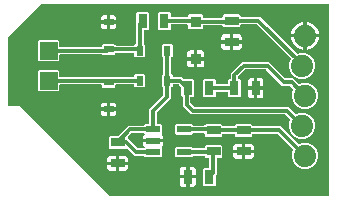
<source format=gbr>
G04 EAGLE Gerber RS-274X export*
G75*
%MOMM*%
%FSLAX34Y34*%
%LPD*%
%INTop Copper*%
%IPPOS*%
%AMOC8*
5,1,8,0,0,1.08239X$1,22.5*%
G01*
%ADD10R,1.200000X0.800000*%
%ADD11R,0.630000X0.830000*%
%ADD12R,0.830000X0.630000*%
%ADD13R,0.950000X0.900000*%
%ADD14R,1.524000X1.524000*%
%ADD15C,1.879600*%
%ADD16R,0.800000X1.200000*%
%ADD17R,1.200000X0.550000*%
%ADD18C,0.330200*%

G36*
X274848Y3814D02*
X274848Y3814D01*
X274867Y3812D01*
X274969Y3834D01*
X275071Y3850D01*
X275088Y3860D01*
X275108Y3864D01*
X275197Y3917D01*
X275288Y3966D01*
X275302Y3980D01*
X275319Y3990D01*
X275386Y4069D01*
X275458Y4144D01*
X275466Y4162D01*
X275479Y4177D01*
X275518Y4273D01*
X275561Y4367D01*
X275563Y4387D01*
X275571Y4405D01*
X275589Y4572D01*
X275589Y165608D01*
X275586Y165628D01*
X275588Y165647D01*
X275566Y165749D01*
X275550Y165851D01*
X275540Y165868D01*
X275536Y165888D01*
X275483Y165977D01*
X275434Y166068D01*
X275420Y166082D01*
X275410Y166099D01*
X275331Y166166D01*
X275256Y166238D01*
X275238Y166246D01*
X275223Y166259D01*
X275127Y166298D01*
X275033Y166341D01*
X275013Y166343D01*
X274995Y166351D01*
X274828Y166369D01*
X32374Y166369D01*
X32284Y166355D01*
X32193Y166347D01*
X32163Y166335D01*
X32131Y166330D01*
X32050Y166287D01*
X31966Y166251D01*
X31934Y166225D01*
X31914Y166214D01*
X31891Y166191D01*
X31835Y166146D01*
X4034Y138344D01*
X3981Y138271D01*
X3921Y138201D01*
X3909Y138171D01*
X3890Y138145D01*
X3863Y138058D01*
X3829Y137973D01*
X3825Y137932D01*
X3818Y137910D01*
X3819Y137877D01*
X3811Y137806D01*
X3811Y80772D01*
X3814Y80752D01*
X3812Y80733D01*
X3834Y80631D01*
X3850Y80529D01*
X3860Y80512D01*
X3864Y80492D01*
X3917Y80403D01*
X3966Y80312D01*
X3980Y80298D01*
X3990Y80281D01*
X4069Y80214D01*
X4144Y80142D01*
X4162Y80134D01*
X4177Y80121D01*
X4273Y80082D01*
X4367Y80039D01*
X4387Y80037D01*
X4405Y80029D01*
X4572Y80011D01*
X14278Y80011D01*
X90256Y4034D01*
X90329Y3981D01*
X90399Y3921D01*
X90429Y3909D01*
X90455Y3890D01*
X90542Y3863D01*
X90627Y3829D01*
X90668Y3825D01*
X90690Y3818D01*
X90723Y3819D01*
X90794Y3811D01*
X274828Y3811D01*
X274848Y3814D01*
G37*
%LPC*%
G36*
X120067Y37025D02*
X120067Y37025D01*
X119191Y37901D01*
X119117Y37954D01*
X119048Y38014D01*
X119018Y38026D01*
X118992Y38045D01*
X118905Y38072D01*
X118820Y38106D01*
X118779Y38110D01*
X118757Y38117D01*
X118724Y38116D01*
X118653Y38124D01*
X111055Y38124D01*
X104646Y44533D01*
X104630Y44545D01*
X104617Y44560D01*
X104530Y44616D01*
X104446Y44677D01*
X104427Y44682D01*
X104410Y44693D01*
X104310Y44718D01*
X104211Y44749D01*
X104191Y44748D01*
X104172Y44753D01*
X104069Y44745D01*
X103965Y44743D01*
X103946Y44736D01*
X103927Y44734D01*
X103832Y44694D01*
X103734Y44658D01*
X103719Y44646D01*
X103700Y44638D01*
X103569Y44533D01*
X103152Y44115D01*
X89888Y44115D01*
X88995Y45008D01*
X88995Y54272D01*
X89888Y55165D01*
X97238Y55165D01*
X97328Y55179D01*
X97419Y55187D01*
X97449Y55199D01*
X97481Y55204D01*
X97562Y55247D01*
X97646Y55283D01*
X97678Y55309D01*
X97698Y55320D01*
X97721Y55343D01*
X97777Y55388D01*
X105865Y63476D01*
X118653Y63476D01*
X118743Y63490D01*
X118834Y63498D01*
X118864Y63510D01*
X118896Y63515D01*
X118977Y63558D01*
X119060Y63594D01*
X119093Y63620D01*
X119113Y63631D01*
X119135Y63654D01*
X119191Y63699D01*
X120067Y64575D01*
X122762Y64575D01*
X122782Y64578D01*
X122801Y64576D01*
X122903Y64598D01*
X123005Y64614D01*
X123022Y64624D01*
X123042Y64628D01*
X123131Y64681D01*
X123222Y64730D01*
X123236Y64744D01*
X123253Y64754D01*
X123320Y64833D01*
X123392Y64908D01*
X123400Y64926D01*
X123413Y64941D01*
X123452Y65037D01*
X123495Y65131D01*
X123497Y65151D01*
X123505Y65169D01*
X123523Y65336D01*
X123523Y77214D01*
X135101Y88792D01*
X135154Y88866D01*
X135214Y88936D01*
X135226Y88966D01*
X135245Y88992D01*
X135272Y89079D01*
X135306Y89164D01*
X135310Y89205D01*
X135317Y89227D01*
X135316Y89259D01*
X135324Y89331D01*
X135324Y95164D01*
X135321Y95182D01*
X135323Y95200D01*
X135323Y95201D01*
X135323Y95203D01*
X135301Y95305D01*
X135285Y95407D01*
X135275Y95424D01*
X135271Y95444D01*
X135218Y95533D01*
X135169Y95624D01*
X135155Y95638D01*
X135145Y95655D01*
X135066Y95722D01*
X134991Y95794D01*
X134973Y95802D01*
X134958Y95815D01*
X134862Y95854D01*
X134768Y95897D01*
X134748Y95899D01*
X134742Y95902D01*
X133825Y96818D01*
X133825Y106382D01*
X134749Y107305D01*
X134806Y107314D01*
X134823Y107324D01*
X134843Y107328D01*
X134932Y107381D01*
X135023Y107430D01*
X135037Y107444D01*
X135054Y107454D01*
X135121Y107533D01*
X135193Y107608D01*
X135201Y107626D01*
X135214Y107641D01*
X135253Y107737D01*
X135296Y107831D01*
X135298Y107851D01*
X135306Y107869D01*
X135324Y108036D01*
X135324Y120564D01*
X135321Y120584D01*
X135323Y120603D01*
X135301Y120705D01*
X135285Y120807D01*
X135275Y120824D01*
X135271Y120844D01*
X135218Y120933D01*
X135169Y121024D01*
X135155Y121038D01*
X135145Y121055D01*
X135066Y121122D01*
X134991Y121194D01*
X134973Y121202D01*
X134958Y121215D01*
X134862Y121254D01*
X134768Y121297D01*
X134748Y121299D01*
X134742Y121302D01*
X133825Y122218D01*
X133825Y131782D01*
X134718Y132675D01*
X142282Y132675D01*
X143175Y131782D01*
X143175Y122218D01*
X142251Y121295D01*
X142194Y121286D01*
X142177Y121276D01*
X142157Y121272D01*
X142068Y121219D01*
X141977Y121170D01*
X141963Y121156D01*
X141946Y121146D01*
X141879Y121067D01*
X141807Y120992D01*
X141799Y120974D01*
X141786Y120959D01*
X141747Y120862D01*
X141704Y120769D01*
X141702Y120749D01*
X141694Y120731D01*
X141676Y120564D01*
X141676Y108036D01*
X141679Y108016D01*
X141677Y107997D01*
X141699Y107895D01*
X141715Y107793D01*
X141725Y107776D01*
X141729Y107756D01*
X141782Y107667D01*
X141831Y107576D01*
X141845Y107562D01*
X141855Y107545D01*
X141934Y107478D01*
X142009Y107406D01*
X142027Y107398D01*
X142042Y107385D01*
X142138Y107346D01*
X142232Y107303D01*
X142252Y107301D01*
X142258Y107298D01*
X143175Y106382D01*
X143175Y105537D01*
X143178Y105517D01*
X143176Y105498D01*
X143198Y105396D01*
X143214Y105294D01*
X143224Y105277D01*
X143228Y105257D01*
X143281Y105168D01*
X143330Y105077D01*
X143344Y105063D01*
X143354Y105046D01*
X143433Y104979D01*
X143508Y104907D01*
X143526Y104899D01*
X143541Y104886D01*
X143637Y104847D01*
X143731Y104804D01*
X143751Y104802D01*
X143769Y104794D01*
X143936Y104776D01*
X151065Y104776D01*
X152843Y102998D01*
X152917Y102945D01*
X152987Y102885D01*
X153017Y102873D01*
X153043Y102854D01*
X153130Y102827D01*
X153215Y102793D01*
X153256Y102789D01*
X153278Y102782D01*
X153310Y102783D01*
X153382Y102775D01*
X160732Y102775D01*
X161625Y101882D01*
X161625Y88618D01*
X160732Y87725D01*
X158877Y87725D01*
X158857Y87722D01*
X158838Y87724D01*
X158736Y87702D01*
X158634Y87686D01*
X158617Y87676D01*
X158597Y87672D01*
X158508Y87619D01*
X158417Y87570D01*
X158403Y87556D01*
X158386Y87546D01*
X158319Y87467D01*
X158247Y87392D01*
X158239Y87374D01*
X158226Y87359D01*
X158187Y87263D01*
X158144Y87169D01*
X158142Y87149D01*
X158134Y87131D01*
X158116Y86964D01*
X158116Y82911D01*
X158130Y82821D01*
X158138Y82730D01*
X158150Y82700D01*
X158155Y82668D01*
X158198Y82587D01*
X158234Y82503D01*
X158260Y82471D01*
X158271Y82451D01*
X158294Y82428D01*
X158339Y82372D01*
X161112Y79599D01*
X161186Y79546D01*
X161256Y79486D01*
X161286Y79474D01*
X161312Y79455D01*
X161399Y79428D01*
X161484Y79394D01*
X161525Y79390D01*
X161547Y79383D01*
X161579Y79384D01*
X161651Y79376D01*
X241345Y79376D01*
X243429Y77292D01*
X247186Y73535D01*
X247281Y73466D01*
X247375Y73397D01*
X247381Y73395D01*
X247386Y73391D01*
X247497Y73357D01*
X247609Y73321D01*
X247615Y73321D01*
X247621Y73319D01*
X247738Y73322D01*
X247855Y73323D01*
X247862Y73325D01*
X247867Y73325D01*
X247884Y73332D01*
X248016Y73370D01*
X250557Y74423D01*
X254903Y74423D01*
X258917Y72760D01*
X261990Y69687D01*
X263653Y65673D01*
X263653Y61327D01*
X261990Y57313D01*
X258917Y54240D01*
X254903Y52577D01*
X250557Y52577D01*
X246543Y54240D01*
X243470Y57313D01*
X241807Y61327D01*
X241807Y65673D01*
X242860Y68214D01*
X242887Y68328D01*
X242915Y68441D01*
X242915Y68448D01*
X242916Y68454D01*
X242905Y68570D01*
X242896Y68687D01*
X242894Y68692D01*
X242893Y68699D01*
X242857Y68780D01*
X242853Y68797D01*
X242839Y68820D01*
X242800Y68913D01*
X242795Y68919D01*
X242793Y68923D01*
X242781Y68937D01*
X242737Y68992D01*
X242727Y69008D01*
X242717Y69017D01*
X242695Y69044D01*
X238938Y72801D01*
X238864Y72854D01*
X238794Y72914D01*
X238764Y72926D01*
X238738Y72945D01*
X238651Y72972D01*
X238566Y73006D01*
X238525Y73010D01*
X238503Y73017D01*
X238471Y73016D01*
X238399Y73024D01*
X158705Y73024D01*
X151764Y79965D01*
X151764Y87114D01*
X151750Y87204D01*
X151742Y87295D01*
X151730Y87325D01*
X151725Y87357D01*
X151682Y87438D01*
X151646Y87521D01*
X151620Y87554D01*
X151609Y87574D01*
X151586Y87596D01*
X151541Y87652D01*
X150575Y88618D01*
X150575Y95968D01*
X150561Y96058D01*
X150553Y96149D01*
X150541Y96179D01*
X150536Y96211D01*
X150493Y96292D01*
X150457Y96376D01*
X150431Y96408D01*
X150420Y96428D01*
X150397Y96451D01*
X150352Y96507D01*
X148658Y98201D01*
X148584Y98254D01*
X148514Y98314D01*
X148484Y98326D01*
X148458Y98345D01*
X148371Y98372D01*
X148286Y98406D01*
X148245Y98410D01*
X148223Y98417D01*
X148191Y98416D01*
X148119Y98424D01*
X143936Y98424D01*
X143916Y98421D01*
X143897Y98423D01*
X143795Y98401D01*
X143693Y98385D01*
X143676Y98375D01*
X143656Y98371D01*
X143567Y98318D01*
X143476Y98269D01*
X143462Y98255D01*
X143445Y98245D01*
X143378Y98166D01*
X143306Y98091D01*
X143298Y98073D01*
X143285Y98058D01*
X143246Y97962D01*
X143203Y97868D01*
X143201Y97848D01*
X143193Y97830D01*
X143175Y97663D01*
X143175Y96818D01*
X142251Y95895D01*
X142194Y95886D01*
X142177Y95876D01*
X142157Y95872D01*
X142068Y95819D01*
X141977Y95770D01*
X141963Y95756D01*
X141946Y95746D01*
X141879Y95667D01*
X141807Y95592D01*
X141799Y95574D01*
X141786Y95559D01*
X141747Y95463D01*
X141704Y95369D01*
X141702Y95349D01*
X141694Y95331D01*
X141676Y95164D01*
X141676Y86385D01*
X130098Y74807D01*
X130045Y74733D01*
X129985Y74663D01*
X129973Y74633D01*
X129954Y74607D01*
X129927Y74520D01*
X129893Y74435D01*
X129889Y74394D01*
X129882Y74372D01*
X129883Y74340D01*
X129875Y74268D01*
X129875Y65336D01*
X129878Y65316D01*
X129876Y65297D01*
X129898Y65195D01*
X129914Y65093D01*
X129924Y65076D01*
X129928Y65056D01*
X129981Y64967D01*
X130030Y64876D01*
X130044Y64862D01*
X130054Y64845D01*
X130133Y64778D01*
X130208Y64706D01*
X130226Y64698D01*
X130241Y64685D01*
X130337Y64646D01*
X130431Y64603D01*
X130451Y64601D01*
X130469Y64593D01*
X130636Y64575D01*
X133331Y64575D01*
X134224Y63682D01*
X134224Y56918D01*
X134092Y56786D01*
X134023Y56691D01*
X133952Y56594D01*
X133950Y56590D01*
X133948Y56587D01*
X133913Y56473D01*
X133877Y56360D01*
X133877Y56355D01*
X133876Y56352D01*
X133879Y56233D01*
X133881Y56114D01*
X133882Y56110D01*
X133882Y56106D01*
X133923Y55995D01*
X133962Y55882D01*
X133965Y55879D01*
X133966Y55875D01*
X134042Y55781D01*
X134114Y55688D01*
X134118Y55685D01*
X134120Y55683D01*
X134132Y55675D01*
X134249Y55589D01*
X134259Y55583D01*
X134732Y55110D01*
X135067Y54531D01*
X135240Y53884D01*
X135240Y52174D01*
X127312Y52174D01*
X127293Y52171D01*
X127273Y52173D01*
X127171Y52151D01*
X127069Y52135D01*
X127052Y52125D01*
X127032Y52121D01*
X126943Y52068D01*
X126852Y52019D01*
X126838Y52005D01*
X126821Y51995D01*
X126754Y51916D01*
X126700Y51859D01*
X126692Y51873D01*
X126678Y51887D01*
X126668Y51904D01*
X126589Y51971D01*
X126514Y52043D01*
X126496Y52051D01*
X126481Y52064D01*
X126384Y52103D01*
X126291Y52146D01*
X126271Y52148D01*
X126253Y52156D01*
X126086Y52174D01*
X118158Y52174D01*
X118158Y53884D01*
X118331Y54531D01*
X118666Y55110D01*
X119139Y55583D01*
X119149Y55589D01*
X119240Y55663D01*
X119334Y55738D01*
X119336Y55742D01*
X119339Y55745D01*
X119401Y55844D01*
X119467Y55945D01*
X119468Y55949D01*
X119470Y55953D01*
X119497Y56068D01*
X119527Y56184D01*
X119526Y56188D01*
X119527Y56192D01*
X119517Y56311D01*
X119508Y56429D01*
X119506Y56433D01*
X119506Y56437D01*
X119458Y56547D01*
X119411Y56655D01*
X119408Y56659D01*
X119407Y56662D01*
X119397Y56673D01*
X119306Y56786D01*
X119191Y56901D01*
X119117Y56954D01*
X119048Y57014D01*
X119018Y57026D01*
X118992Y57045D01*
X118905Y57072D01*
X118820Y57106D01*
X118779Y57110D01*
X118757Y57117D01*
X118724Y57116D01*
X118653Y57124D01*
X108811Y57124D01*
X108721Y57110D01*
X108630Y57102D01*
X108600Y57090D01*
X108568Y57085D01*
X108488Y57042D01*
X108403Y57006D01*
X108371Y56980D01*
X108351Y56969D01*
X108329Y56946D01*
X108326Y56944D01*
X108325Y56943D01*
X108323Y56942D01*
X108272Y56901D01*
X105304Y53933D01*
X105293Y53917D01*
X105277Y53905D01*
X105221Y53817D01*
X105161Y53734D01*
X105155Y53715D01*
X105144Y53698D01*
X105119Y53597D01*
X105089Y53498D01*
X105089Y53479D01*
X105084Y53459D01*
X105092Y53356D01*
X105095Y53253D01*
X105102Y53234D01*
X105103Y53214D01*
X105144Y53119D01*
X105179Y53022D01*
X105192Y53006D01*
X105200Y52988D01*
X105304Y52857D01*
X113462Y44699D01*
X113536Y44646D01*
X113606Y44586D01*
X113636Y44574D01*
X113662Y44555D01*
X113749Y44528D01*
X113834Y44494D01*
X113875Y44490D01*
X113897Y44483D01*
X113929Y44484D01*
X114001Y44476D01*
X118653Y44476D01*
X118743Y44490D01*
X118834Y44498D01*
X118864Y44510D01*
X118896Y44515D01*
X118977Y44558D01*
X119060Y44594D01*
X119093Y44620D01*
X119113Y44631D01*
X119135Y44654D01*
X119191Y44699D01*
X119306Y44814D01*
X119375Y44909D01*
X119446Y45006D01*
X119448Y45010D01*
X119450Y45013D01*
X119485Y45126D01*
X119521Y45240D01*
X119521Y45245D01*
X119522Y45249D01*
X119519Y45367D01*
X119517Y45486D01*
X119516Y45490D01*
X119516Y45494D01*
X119475Y45607D01*
X119436Y45718D01*
X119433Y45721D01*
X119432Y45725D01*
X119357Y45819D01*
X119284Y45912D01*
X119280Y45915D01*
X119278Y45917D01*
X119266Y45925D01*
X119149Y46011D01*
X119139Y46017D01*
X118666Y46490D01*
X118331Y47069D01*
X118158Y47716D01*
X118158Y49426D01*
X126086Y49426D01*
X126105Y49429D01*
X126125Y49427D01*
X126227Y49449D01*
X126329Y49465D01*
X126346Y49475D01*
X126366Y49479D01*
X126455Y49532D01*
X126546Y49581D01*
X126560Y49595D01*
X126577Y49605D01*
X126644Y49684D01*
X126698Y49741D01*
X126706Y49727D01*
X126720Y49713D01*
X126730Y49696D01*
X126809Y49629D01*
X126884Y49557D01*
X126902Y49549D01*
X126917Y49536D01*
X127014Y49497D01*
X127107Y49454D01*
X127127Y49452D01*
X127145Y49444D01*
X127312Y49426D01*
X135240Y49426D01*
X135240Y47716D01*
X135067Y47069D01*
X134732Y46490D01*
X134259Y46017D01*
X134249Y46011D01*
X134158Y45936D01*
X134064Y45862D01*
X134062Y45858D01*
X134059Y45855D01*
X133996Y45756D01*
X133931Y45655D01*
X133930Y45651D01*
X133928Y45647D01*
X133900Y45532D01*
X133871Y45416D01*
X133872Y45412D01*
X133871Y45408D01*
X133881Y45289D01*
X133890Y45171D01*
X133892Y45167D01*
X133892Y45163D01*
X133940Y45055D01*
X133987Y44945D01*
X133990Y44941D01*
X133991Y44938D01*
X134000Y44928D01*
X134092Y44814D01*
X134224Y44682D01*
X134224Y37918D01*
X133331Y37025D01*
X120067Y37025D01*
G37*
%LPD*%
%LPC*%
G36*
X250557Y103377D02*
X250557Y103377D01*
X246543Y105040D01*
X243470Y108113D01*
X241807Y112127D01*
X241807Y116473D01*
X243232Y119912D01*
X243259Y120026D01*
X243287Y120139D01*
X243287Y120146D01*
X243288Y120152D01*
X243277Y120268D01*
X243268Y120385D01*
X243266Y120390D01*
X243265Y120397D01*
X243217Y120504D01*
X243172Y120611D01*
X243167Y120617D01*
X243165Y120621D01*
X243152Y120635D01*
X243067Y120742D01*
X214698Y149111D01*
X214624Y149164D01*
X214554Y149224D01*
X214524Y149236D01*
X214498Y149255D01*
X214411Y149282D01*
X214326Y149316D01*
X214285Y149320D01*
X214263Y149327D01*
X214231Y149326D01*
X214159Y149334D01*
X201326Y149334D01*
X201306Y149331D01*
X201287Y149333D01*
X201185Y149311D01*
X201083Y149295D01*
X201066Y149285D01*
X201046Y149281D01*
X200957Y149228D01*
X200866Y149179D01*
X200852Y149165D01*
X200835Y149155D01*
X200768Y149076D01*
X200696Y149001D01*
X200688Y148983D01*
X200675Y148968D01*
X200636Y148872D01*
X200593Y148778D01*
X200591Y148758D01*
X200583Y148740D01*
X200565Y148573D01*
X200565Y147878D01*
X199672Y146985D01*
X186408Y146985D01*
X185481Y147913D01*
X185476Y147946D01*
X185466Y147963D01*
X185462Y147983D01*
X185409Y148072D01*
X185360Y148163D01*
X185346Y148177D01*
X185336Y148194D01*
X185257Y148261D01*
X185182Y148333D01*
X185164Y148341D01*
X185149Y148354D01*
X185053Y148393D01*
X184959Y148436D01*
X184939Y148438D01*
X184921Y148446D01*
X184754Y148464D01*
X169596Y148464D01*
X169576Y148461D01*
X169557Y148463D01*
X169455Y148441D01*
X169353Y148425D01*
X169336Y148415D01*
X169316Y148411D01*
X169227Y148358D01*
X169136Y148309D01*
X169122Y148295D01*
X169105Y148285D01*
X169038Y148206D01*
X168966Y148131D01*
X168958Y148113D01*
X168945Y148098D01*
X168906Y148002D01*
X168863Y147908D01*
X168861Y147888D01*
X168853Y147870D01*
X168835Y147703D01*
X168835Y146508D01*
X167942Y145615D01*
X157178Y145615D01*
X156285Y146508D01*
X156285Y148463D01*
X156283Y148477D01*
X156284Y148488D01*
X156283Y148493D01*
X156284Y148502D01*
X156262Y148604D01*
X156246Y148706D01*
X156236Y148723D01*
X156232Y148743D01*
X156179Y148832D01*
X156130Y148923D01*
X156116Y148937D01*
X156106Y148954D01*
X156027Y149021D01*
X155952Y149093D01*
X155934Y149101D01*
X155919Y149114D01*
X155823Y149153D01*
X155729Y149196D01*
X155709Y149198D01*
X155691Y149206D01*
X155524Y149224D01*
X142286Y149224D01*
X142266Y149221D01*
X142247Y149223D01*
X142145Y149201D01*
X142043Y149185D01*
X142026Y149175D01*
X142006Y149171D01*
X141917Y149118D01*
X141826Y149069D01*
X141812Y149055D01*
X141795Y149045D01*
X141728Y148966D01*
X141656Y148891D01*
X141648Y148873D01*
X141635Y148858D01*
X141596Y148762D01*
X141553Y148668D01*
X141551Y148648D01*
X141543Y148630D01*
X141525Y148463D01*
X141525Y145768D01*
X140632Y144875D01*
X131368Y144875D01*
X130475Y145768D01*
X130475Y159032D01*
X131368Y159925D01*
X140632Y159925D01*
X141525Y159032D01*
X141525Y156337D01*
X141528Y156317D01*
X141526Y156298D01*
X141548Y156196D01*
X141564Y156094D01*
X141574Y156077D01*
X141578Y156057D01*
X141631Y155968D01*
X141680Y155877D01*
X141694Y155863D01*
X141704Y155846D01*
X141783Y155779D01*
X141858Y155707D01*
X141876Y155699D01*
X141891Y155686D01*
X141987Y155647D01*
X142081Y155604D01*
X142101Y155602D01*
X142119Y155594D01*
X142286Y155576D01*
X155524Y155576D01*
X155544Y155579D01*
X155563Y155577D01*
X155665Y155599D01*
X155767Y155615D01*
X155784Y155625D01*
X155804Y155629D01*
X155893Y155682D01*
X155984Y155731D01*
X155998Y155745D01*
X156015Y155755D01*
X156082Y155834D01*
X156154Y155909D01*
X156162Y155927D01*
X156175Y155942D01*
X156214Y156038D01*
X156257Y156132D01*
X156259Y156152D01*
X156267Y156170D01*
X156285Y156337D01*
X156285Y156772D01*
X157178Y157665D01*
X167942Y157665D01*
X168835Y156772D01*
X168835Y155577D01*
X168838Y155557D01*
X168836Y155538D01*
X168858Y155436D01*
X168874Y155334D01*
X168884Y155317D01*
X168888Y155297D01*
X168941Y155208D01*
X168990Y155117D01*
X169004Y155103D01*
X169014Y155086D01*
X169093Y155019D01*
X169168Y154947D01*
X169186Y154939D01*
X169201Y154926D01*
X169297Y154887D01*
X169391Y154844D01*
X169411Y154842D01*
X169429Y154834D01*
X169596Y154816D01*
X184754Y154816D01*
X184774Y154819D01*
X184793Y154817D01*
X184895Y154839D01*
X184997Y154855D01*
X185014Y154865D01*
X185034Y154869D01*
X185123Y154922D01*
X185214Y154971D01*
X185228Y154985D01*
X185245Y154995D01*
X185312Y155074D01*
X185384Y155149D01*
X185392Y155167D01*
X185405Y155182D01*
X185444Y155278D01*
X185487Y155372D01*
X185489Y155392D01*
X185497Y155410D01*
X185515Y155577D01*
X185515Y157142D01*
X186408Y158035D01*
X199672Y158035D01*
X200565Y157142D01*
X200565Y156447D01*
X200568Y156427D01*
X200566Y156408D01*
X200588Y156306D01*
X200604Y156204D01*
X200614Y156187D01*
X200618Y156167D01*
X200671Y156078D01*
X200720Y155987D01*
X200734Y155973D01*
X200744Y155956D01*
X200823Y155889D01*
X200898Y155817D01*
X200916Y155809D01*
X200931Y155796D01*
X201027Y155757D01*
X201121Y155714D01*
X201141Y155712D01*
X201159Y155704D01*
X201326Y155686D01*
X217105Y155686D01*
X248084Y124707D01*
X248178Y124639D01*
X248273Y124569D01*
X248279Y124567D01*
X248284Y124563D01*
X248395Y124529D01*
X248507Y124493D01*
X248513Y124493D01*
X248519Y124491D01*
X248636Y124494D01*
X248753Y124495D01*
X248760Y124497D01*
X248765Y124497D01*
X248782Y124504D01*
X248914Y124542D01*
X250557Y125223D01*
X254903Y125223D01*
X258917Y123560D01*
X261990Y120487D01*
X263653Y116473D01*
X263653Y112127D01*
X261990Y108113D01*
X258917Y105040D01*
X254903Y103377D01*
X250557Y103377D01*
G37*
%LPD*%
%LPC*%
G36*
X253097Y27177D02*
X253097Y27177D01*
X249083Y28840D01*
X246010Y31913D01*
X244347Y35927D01*
X244347Y40273D01*
X245400Y42814D01*
X245427Y42928D01*
X245455Y43041D01*
X245455Y43048D01*
X245456Y43054D01*
X245445Y43170D01*
X245436Y43287D01*
X245434Y43292D01*
X245433Y43299D01*
X245385Y43406D01*
X245340Y43513D01*
X245335Y43519D01*
X245333Y43523D01*
X245320Y43537D01*
X245235Y43644D01*
X232478Y56401D01*
X232404Y56454D01*
X232334Y56514D01*
X232304Y56526D01*
X232278Y56545D01*
X232191Y56572D01*
X232106Y56606D01*
X232065Y56610D01*
X232043Y56617D01*
X232011Y56616D01*
X231939Y56624D01*
X211486Y56624D01*
X211466Y56621D01*
X211447Y56623D01*
X211345Y56601D01*
X211243Y56585D01*
X211226Y56575D01*
X211206Y56571D01*
X211117Y56518D01*
X211026Y56469D01*
X211012Y56455D01*
X210995Y56445D01*
X210928Y56366D01*
X210856Y56291D01*
X210848Y56273D01*
X210835Y56258D01*
X210796Y56162D01*
X210753Y56068D01*
X210751Y56048D01*
X210743Y56030D01*
X210725Y55863D01*
X210725Y55168D01*
X209832Y54275D01*
X196568Y54275D01*
X195675Y55168D01*
X195675Y55863D01*
X195672Y55883D01*
X195674Y55902D01*
X195652Y56004D01*
X195636Y56106D01*
X195626Y56123D01*
X195622Y56143D01*
X195569Y56232D01*
X195520Y56323D01*
X195506Y56337D01*
X195496Y56354D01*
X195417Y56421D01*
X195342Y56493D01*
X195324Y56501D01*
X195309Y56514D01*
X195213Y56553D01*
X195119Y56596D01*
X195099Y56598D01*
X195081Y56606D01*
X194914Y56624D01*
X186086Y56624D01*
X186066Y56621D01*
X186047Y56623D01*
X185945Y56601D01*
X185843Y56585D01*
X185826Y56575D01*
X185806Y56571D01*
X185717Y56518D01*
X185626Y56469D01*
X185612Y56455D01*
X185595Y56445D01*
X185528Y56366D01*
X185456Y56291D01*
X185448Y56273D01*
X185435Y56258D01*
X185396Y56162D01*
X185353Y56068D01*
X185351Y56048D01*
X185343Y56030D01*
X185325Y55863D01*
X185325Y55168D01*
X184432Y54275D01*
X171168Y54275D01*
X170275Y55168D01*
X170275Y56363D01*
X170274Y56372D01*
X170274Y56376D01*
X170272Y56385D01*
X170274Y56402D01*
X170252Y56504D01*
X170236Y56606D01*
X170226Y56623D01*
X170222Y56643D01*
X170169Y56732D01*
X170120Y56823D01*
X170106Y56837D01*
X170096Y56854D01*
X170017Y56921D01*
X169942Y56993D01*
X169924Y57001D01*
X169909Y57014D01*
X169813Y57053D01*
X169719Y57096D01*
X169699Y57098D01*
X169681Y57106D01*
X169514Y57124D01*
X160747Y57124D01*
X160657Y57110D01*
X160566Y57102D01*
X160536Y57090D01*
X160504Y57085D01*
X160423Y57042D01*
X160340Y57006D01*
X160307Y56980D01*
X160287Y56969D01*
X160265Y56946D01*
X160262Y56944D01*
X160261Y56943D01*
X160259Y56942D01*
X160209Y56901D01*
X159333Y56025D01*
X146069Y56025D01*
X145176Y56918D01*
X145176Y63682D01*
X146069Y64575D01*
X159333Y64575D01*
X160209Y63699D01*
X160283Y63646D01*
X160352Y63586D01*
X160382Y63574D01*
X160408Y63555D01*
X160495Y63528D01*
X160580Y63494D01*
X160621Y63490D01*
X160643Y63483D01*
X160676Y63484D01*
X160747Y63476D01*
X169514Y63476D01*
X169534Y63479D01*
X169553Y63477D01*
X169655Y63499D01*
X169757Y63515D01*
X169774Y63525D01*
X169794Y63529D01*
X169883Y63582D01*
X169974Y63631D01*
X169988Y63645D01*
X170005Y63655D01*
X170072Y63734D01*
X170144Y63809D01*
X170152Y63827D01*
X170165Y63842D01*
X170204Y63938D01*
X170247Y64032D01*
X170249Y64052D01*
X170257Y64070D01*
X170275Y64237D01*
X170275Y64432D01*
X171168Y65325D01*
X184432Y65325D01*
X185325Y64432D01*
X185325Y63737D01*
X185328Y63717D01*
X185326Y63698D01*
X185348Y63596D01*
X185364Y63494D01*
X185374Y63477D01*
X185378Y63457D01*
X185431Y63368D01*
X185480Y63277D01*
X185494Y63263D01*
X185504Y63246D01*
X185583Y63179D01*
X185658Y63107D01*
X185676Y63099D01*
X185691Y63086D01*
X185787Y63047D01*
X185881Y63004D01*
X185901Y63002D01*
X185919Y62994D01*
X186086Y62976D01*
X194914Y62976D01*
X194934Y62979D01*
X194953Y62977D01*
X195055Y62999D01*
X195157Y63015D01*
X195174Y63025D01*
X195194Y63029D01*
X195283Y63082D01*
X195374Y63131D01*
X195388Y63145D01*
X195405Y63155D01*
X195472Y63234D01*
X195544Y63309D01*
X195552Y63327D01*
X195565Y63342D01*
X195604Y63438D01*
X195647Y63532D01*
X195649Y63552D01*
X195657Y63570D01*
X195675Y63737D01*
X195675Y64432D01*
X196568Y65325D01*
X209832Y65325D01*
X210725Y64432D01*
X210725Y63737D01*
X210728Y63717D01*
X210726Y63698D01*
X210748Y63596D01*
X210764Y63494D01*
X210774Y63477D01*
X210778Y63457D01*
X210831Y63368D01*
X210880Y63277D01*
X210894Y63263D01*
X210904Y63246D01*
X210983Y63179D01*
X211058Y63107D01*
X211076Y63099D01*
X211091Y63086D01*
X211187Y63047D01*
X211281Y63004D01*
X211301Y63002D01*
X211319Y62994D01*
X211486Y62976D01*
X234885Y62976D01*
X249726Y48135D01*
X249821Y48067D01*
X249915Y47997D01*
X249921Y47995D01*
X249926Y47991D01*
X250037Y47957D01*
X250149Y47921D01*
X250155Y47921D01*
X250161Y47919D01*
X250278Y47922D01*
X250395Y47923D01*
X250402Y47925D01*
X250407Y47925D01*
X250424Y47932D01*
X250556Y47970D01*
X253097Y49023D01*
X257443Y49023D01*
X261457Y47360D01*
X264530Y44287D01*
X266193Y40273D01*
X266193Y35927D01*
X264530Y31913D01*
X261457Y28840D01*
X257443Y27177D01*
X253097Y27177D01*
G37*
%LPD*%
%LPC*%
G36*
X253097Y77977D02*
X253097Y77977D01*
X249083Y79640D01*
X246010Y82713D01*
X244347Y86727D01*
X244347Y91073D01*
X245400Y93614D01*
X245427Y93728D01*
X245455Y93841D01*
X245455Y93848D01*
X245456Y93854D01*
X245445Y93970D01*
X245436Y94087D01*
X245434Y94092D01*
X245433Y94099D01*
X245385Y94206D01*
X245340Y94313D01*
X245335Y94319D01*
X245333Y94323D01*
X245321Y94337D01*
X245235Y94444D01*
X242748Y96931D01*
X242674Y96984D01*
X242604Y97044D01*
X242574Y97056D01*
X242548Y97075D01*
X242461Y97102D01*
X242376Y97136D01*
X242335Y97140D01*
X242313Y97147D01*
X242281Y97146D01*
X242209Y97154D01*
X236175Y97154D01*
X222428Y110901D01*
X222354Y110954D01*
X222284Y111014D01*
X222254Y111026D01*
X222228Y111045D01*
X222141Y111072D01*
X222056Y111106D01*
X222015Y111110D01*
X221993Y111117D01*
X221961Y111116D01*
X221889Y111124D01*
X204831Y111124D01*
X204741Y111110D01*
X204650Y111102D01*
X204620Y111090D01*
X204588Y111085D01*
X204507Y111042D01*
X204423Y111006D01*
X204391Y110980D01*
X204371Y110969D01*
X204348Y110946D01*
X204292Y110901D01*
X198869Y105478D01*
X198816Y105404D01*
X198756Y105334D01*
X198744Y105304D01*
X198725Y105278D01*
X198698Y105191D01*
X198664Y105106D01*
X198660Y105065D01*
X198653Y105043D01*
X198654Y105011D01*
X198646Y104939D01*
X198646Y103536D01*
X198649Y103516D01*
X198647Y103497D01*
X198669Y103395D01*
X198685Y103293D01*
X198695Y103276D01*
X198699Y103256D01*
X198752Y103167D01*
X198801Y103076D01*
X198815Y103062D01*
X198825Y103045D01*
X198904Y102978D01*
X198979Y102906D01*
X198997Y102898D01*
X199012Y102885D01*
X199108Y102846D01*
X199202Y102803D01*
X199222Y102801D01*
X199240Y102793D01*
X199407Y102775D01*
X200102Y102775D01*
X200995Y101882D01*
X200995Y88618D01*
X200102Y87725D01*
X190838Y87725D01*
X189945Y88618D01*
X189945Y91313D01*
X189942Y91333D01*
X189944Y91352D01*
X189922Y91454D01*
X189906Y91556D01*
X189896Y91573D01*
X189892Y91593D01*
X189839Y91682D01*
X189790Y91773D01*
X189776Y91787D01*
X189766Y91804D01*
X189687Y91871D01*
X189612Y91943D01*
X189594Y91951D01*
X189579Y91964D01*
X189483Y92003D01*
X189389Y92046D01*
X189369Y92048D01*
X189351Y92056D01*
X189184Y92074D01*
X180386Y92074D01*
X180366Y92071D01*
X180347Y92073D01*
X180245Y92051D01*
X180143Y92035D01*
X180126Y92025D01*
X180106Y92021D01*
X180017Y91968D01*
X179926Y91919D01*
X179912Y91905D01*
X179895Y91895D01*
X179828Y91816D01*
X179756Y91741D01*
X179748Y91723D01*
X179735Y91708D01*
X179696Y91612D01*
X179653Y91518D01*
X179651Y91498D01*
X179643Y91480D01*
X179625Y91313D01*
X179625Y88618D01*
X178732Y87725D01*
X169468Y87725D01*
X168575Y88618D01*
X168575Y101882D01*
X169468Y102775D01*
X178732Y102775D01*
X179625Y101882D01*
X179625Y99187D01*
X179628Y99167D01*
X179626Y99148D01*
X179648Y99046D01*
X179664Y98944D01*
X179674Y98927D01*
X179678Y98907D01*
X179731Y98818D01*
X179780Y98727D01*
X179794Y98713D01*
X179804Y98696D01*
X179883Y98629D01*
X179958Y98557D01*
X179976Y98549D01*
X179991Y98536D01*
X180087Y98497D01*
X180181Y98454D01*
X180201Y98452D01*
X180219Y98444D01*
X180386Y98426D01*
X189184Y98426D01*
X189204Y98429D01*
X189223Y98427D01*
X189325Y98449D01*
X189427Y98465D01*
X189444Y98475D01*
X189464Y98479D01*
X189553Y98532D01*
X189644Y98581D01*
X189658Y98595D01*
X189675Y98605D01*
X189742Y98684D01*
X189814Y98759D01*
X189822Y98777D01*
X189835Y98792D01*
X189874Y98888D01*
X189917Y98982D01*
X189919Y99002D01*
X189927Y99020D01*
X189945Y99187D01*
X189945Y101882D01*
X190838Y102775D01*
X191533Y102775D01*
X191553Y102778D01*
X191572Y102776D01*
X191674Y102798D01*
X191776Y102814D01*
X191793Y102824D01*
X191813Y102828D01*
X191902Y102881D01*
X191993Y102930D01*
X192007Y102944D01*
X192024Y102954D01*
X192091Y103033D01*
X192163Y103108D01*
X192171Y103126D01*
X192184Y103141D01*
X192223Y103237D01*
X192266Y103331D01*
X192268Y103351D01*
X192276Y103369D01*
X192294Y103536D01*
X192294Y107885D01*
X201885Y117476D01*
X224835Y117476D01*
X238582Y103729D01*
X238656Y103676D01*
X238726Y103616D01*
X238756Y103604D01*
X238782Y103585D01*
X238869Y103558D01*
X238954Y103524D01*
X238995Y103520D01*
X239017Y103513D01*
X239049Y103514D01*
X239121Y103506D01*
X245155Y103506D01*
X249726Y98935D01*
X249821Y98866D01*
X249915Y98797D01*
X249921Y98795D01*
X249926Y98791D01*
X250037Y98757D01*
X250149Y98721D01*
X250155Y98721D01*
X250161Y98719D01*
X250278Y98722D01*
X250395Y98723D01*
X250402Y98725D01*
X250407Y98725D01*
X250424Y98732D01*
X250556Y98770D01*
X253097Y99823D01*
X257443Y99823D01*
X261457Y98160D01*
X264530Y95087D01*
X266193Y91073D01*
X266193Y86727D01*
X264530Y82713D01*
X261457Y79640D01*
X257443Y77977D01*
X253097Y77977D01*
G37*
%LPD*%
%LPC*%
G36*
X29848Y117855D02*
X29848Y117855D01*
X28955Y118748D01*
X28955Y135252D01*
X29848Y136145D01*
X46352Y136145D01*
X47245Y135252D01*
X47245Y130937D01*
X47248Y130918D01*
X47246Y130900D01*
X47246Y130899D01*
X47246Y130898D01*
X47268Y130796D01*
X47284Y130694D01*
X47294Y130677D01*
X47298Y130657D01*
X47351Y130568D01*
X47400Y130477D01*
X47414Y130463D01*
X47424Y130446D01*
X47503Y130379D01*
X47578Y130307D01*
X47596Y130299D01*
X47611Y130286D01*
X47707Y130247D01*
X47801Y130204D01*
X47821Y130202D01*
X47839Y130194D01*
X48006Y130176D01*
X82464Y130176D01*
X82484Y130179D01*
X82503Y130177D01*
X82605Y130199D01*
X82707Y130215D01*
X82724Y130225D01*
X82744Y130229D01*
X82833Y130282D01*
X82924Y130331D01*
X82938Y130345D01*
X82955Y130355D01*
X83022Y130434D01*
X83094Y130509D01*
X83102Y130527D01*
X83115Y130542D01*
X83154Y130638D01*
X83197Y130732D01*
X83199Y130752D01*
X83207Y130770D01*
X83225Y130937D01*
X83225Y131982D01*
X84118Y132875D01*
X93682Y132875D01*
X94605Y131951D01*
X94614Y131894D01*
X94624Y131877D01*
X94628Y131857D01*
X94681Y131768D01*
X94730Y131677D01*
X94744Y131663D01*
X94754Y131646D01*
X94833Y131579D01*
X94908Y131507D01*
X94926Y131499D01*
X94941Y131486D01*
X95037Y131447D01*
X95131Y131404D01*
X95151Y131402D01*
X95169Y131394D01*
X95336Y131376D01*
X110104Y131376D01*
X110194Y131390D01*
X110285Y131398D01*
X110315Y131410D01*
X110347Y131415D01*
X110428Y131458D01*
X110511Y131494D01*
X110544Y131520D01*
X110564Y131531D01*
X110586Y131554D01*
X110642Y131599D01*
X111749Y132705D01*
X111806Y132714D01*
X111823Y132724D01*
X111843Y132728D01*
X111932Y132781D01*
X112023Y132830D01*
X112037Y132844D01*
X112054Y132854D01*
X112121Y132933D01*
X112193Y133008D01*
X112201Y133026D01*
X112214Y133041D01*
X112253Y133137D01*
X112296Y133231D01*
X112298Y133251D01*
X112306Y133269D01*
X112324Y133436D01*
X112324Y151239D01*
X112365Y151287D01*
X112377Y151317D01*
X112396Y151343D01*
X112423Y151430D01*
X112457Y151515D01*
X112461Y151556D01*
X112468Y151578D01*
X112467Y151610D01*
X112475Y151682D01*
X112475Y159032D01*
X113368Y159925D01*
X122632Y159925D01*
X123525Y159032D01*
X123525Y145768D01*
X122632Y144875D01*
X119437Y144875D01*
X119417Y144872D01*
X119398Y144874D01*
X119296Y144852D01*
X119194Y144836D01*
X119177Y144826D01*
X119157Y144822D01*
X119068Y144769D01*
X118977Y144720D01*
X118963Y144706D01*
X118946Y144696D01*
X118879Y144617D01*
X118807Y144542D01*
X118799Y144524D01*
X118786Y144509D01*
X118747Y144413D01*
X118704Y144319D01*
X118702Y144299D01*
X118694Y144281D01*
X118676Y144114D01*
X118676Y133436D01*
X118679Y133416D01*
X118677Y133397D01*
X118699Y133295D01*
X118715Y133193D01*
X118725Y133176D01*
X118729Y133156D01*
X118782Y133067D01*
X118831Y132976D01*
X118845Y132962D01*
X118855Y132945D01*
X118934Y132878D01*
X119009Y132806D01*
X119027Y132798D01*
X119042Y132785D01*
X119138Y132746D01*
X119232Y132703D01*
X119252Y132701D01*
X119258Y132698D01*
X120175Y131782D01*
X120175Y122218D01*
X119282Y121325D01*
X111718Y121325D01*
X110825Y122218D01*
X110825Y124263D01*
X110822Y124283D01*
X110824Y124302D01*
X110802Y124404D01*
X110786Y124506D01*
X110776Y124523D01*
X110772Y124543D01*
X110719Y124632D01*
X110670Y124723D01*
X110656Y124737D01*
X110646Y124754D01*
X110567Y124821D01*
X110492Y124893D01*
X110474Y124901D01*
X110459Y124914D01*
X110363Y124953D01*
X110269Y124996D01*
X110249Y124998D01*
X110231Y125006D01*
X110064Y125024D01*
X95336Y125024D01*
X95316Y125021D01*
X95297Y125023D01*
X95195Y125001D01*
X95093Y124985D01*
X95076Y124975D01*
X95056Y124971D01*
X94967Y124918D01*
X94876Y124869D01*
X94862Y124855D01*
X94845Y124845D01*
X94778Y124766D01*
X94706Y124691D01*
X94698Y124673D01*
X94685Y124658D01*
X94646Y124562D01*
X94603Y124468D01*
X94601Y124448D01*
X94598Y124442D01*
X93682Y123525D01*
X84118Y123525D01*
X84042Y123601D01*
X83968Y123654D01*
X83899Y123714D01*
X83869Y123726D01*
X83843Y123745D01*
X83756Y123772D01*
X83671Y123806D01*
X83630Y123810D01*
X83608Y123817D01*
X83575Y123816D01*
X83504Y123824D01*
X48006Y123824D01*
X47986Y123821D01*
X47967Y123823D01*
X47865Y123801D01*
X47763Y123785D01*
X47746Y123775D01*
X47726Y123771D01*
X47637Y123718D01*
X47546Y123669D01*
X47532Y123655D01*
X47515Y123645D01*
X47448Y123566D01*
X47376Y123491D01*
X47368Y123473D01*
X47355Y123458D01*
X47316Y123362D01*
X47273Y123268D01*
X47271Y123248D01*
X47263Y123230D01*
X47245Y123063D01*
X47245Y118748D01*
X46352Y117855D01*
X29848Y117855D01*
G37*
%LPD*%
%LPC*%
G36*
X29848Y92455D02*
X29848Y92455D01*
X28955Y93348D01*
X28955Y109852D01*
X29848Y110745D01*
X46352Y110745D01*
X47245Y109852D01*
X47245Y105537D01*
X47248Y105517D01*
X47246Y105498D01*
X47268Y105396D01*
X47284Y105294D01*
X47294Y105277D01*
X47298Y105257D01*
X47351Y105168D01*
X47400Y105077D01*
X47414Y105063D01*
X47424Y105046D01*
X47503Y104979D01*
X47578Y104907D01*
X47596Y104899D01*
X47611Y104886D01*
X47707Y104847D01*
X47801Y104804D01*
X47821Y104802D01*
X47839Y104794D01*
X48006Y104776D01*
X83504Y104776D01*
X83594Y104790D01*
X83685Y104798D01*
X83715Y104810D01*
X83747Y104815D01*
X83828Y104858D01*
X83911Y104894D01*
X83944Y104920D01*
X83964Y104931D01*
X83986Y104954D01*
X84042Y104999D01*
X84118Y105075D01*
X93682Y105075D01*
X93758Y104999D01*
X93832Y104946D01*
X93901Y104886D01*
X93931Y104874D01*
X93957Y104855D01*
X94044Y104828D01*
X94129Y104794D01*
X94170Y104790D01*
X94192Y104783D01*
X94225Y104784D01*
X94296Y104776D01*
X110064Y104776D01*
X110084Y104779D01*
X110103Y104777D01*
X110205Y104799D01*
X110307Y104815D01*
X110324Y104825D01*
X110344Y104829D01*
X110433Y104882D01*
X110524Y104931D01*
X110538Y104945D01*
X110555Y104955D01*
X110622Y105034D01*
X110694Y105109D01*
X110702Y105127D01*
X110715Y105142D01*
X110754Y105238D01*
X110797Y105332D01*
X110799Y105352D01*
X110807Y105370D01*
X110825Y105537D01*
X110825Y106382D01*
X111718Y107275D01*
X119282Y107275D01*
X120175Y106382D01*
X120175Y96818D01*
X119282Y95925D01*
X111718Y95925D01*
X110825Y96818D01*
X110825Y97663D01*
X110822Y97683D01*
X110824Y97702D01*
X110802Y97804D01*
X110786Y97906D01*
X110776Y97923D01*
X110772Y97943D01*
X110719Y98032D01*
X110670Y98123D01*
X110656Y98137D01*
X110646Y98154D01*
X110567Y98221D01*
X110492Y98293D01*
X110474Y98301D01*
X110459Y98314D01*
X110363Y98353D01*
X110269Y98396D01*
X110249Y98398D01*
X110231Y98406D01*
X110064Y98424D01*
X95336Y98424D01*
X95316Y98421D01*
X95297Y98423D01*
X95195Y98401D01*
X95093Y98385D01*
X95076Y98375D01*
X95056Y98371D01*
X94967Y98318D01*
X94876Y98269D01*
X94862Y98255D01*
X94845Y98245D01*
X94778Y98166D01*
X94706Y98091D01*
X94698Y98073D01*
X94685Y98058D01*
X94646Y97962D01*
X94603Y97868D01*
X94601Y97848D01*
X94593Y97830D01*
X94575Y97663D01*
X94575Y96618D01*
X93682Y95725D01*
X84118Y95725D01*
X83225Y96618D01*
X83225Y97663D01*
X83222Y97683D01*
X83224Y97702D01*
X83202Y97804D01*
X83186Y97906D01*
X83176Y97923D01*
X83172Y97943D01*
X83119Y98032D01*
X83070Y98123D01*
X83056Y98137D01*
X83046Y98154D01*
X82967Y98221D01*
X82892Y98293D01*
X82874Y98301D01*
X82859Y98314D01*
X82763Y98353D01*
X82669Y98396D01*
X82649Y98398D01*
X82631Y98406D01*
X82464Y98424D01*
X48006Y98424D01*
X47986Y98421D01*
X47967Y98423D01*
X47865Y98401D01*
X47763Y98385D01*
X47746Y98375D01*
X47726Y98371D01*
X47637Y98318D01*
X47546Y98269D01*
X47532Y98255D01*
X47515Y98245D01*
X47448Y98166D01*
X47376Y98091D01*
X47368Y98073D01*
X47355Y98058D01*
X47316Y97962D01*
X47273Y97868D01*
X47271Y97848D01*
X47263Y97830D01*
X47245Y97663D01*
X47245Y93348D01*
X46352Y92455D01*
X29848Y92455D01*
G37*
%LPD*%
%LPC*%
G36*
X169468Y12795D02*
X169468Y12795D01*
X168575Y13688D01*
X168575Y26952D01*
X169468Y27845D01*
X173363Y27845D01*
X173383Y27848D01*
X173402Y27846D01*
X173504Y27868D01*
X173606Y27884D01*
X173623Y27894D01*
X173643Y27898D01*
X173732Y27951D01*
X173823Y28000D01*
X173837Y28014D01*
X173854Y28024D01*
X173921Y28103D01*
X173993Y28178D01*
X174001Y28196D01*
X174014Y28211D01*
X174053Y28307D01*
X174096Y28401D01*
X174098Y28421D01*
X174106Y28439D01*
X174124Y28606D01*
X174124Y35514D01*
X174121Y35534D01*
X174123Y35553D01*
X174101Y35655D01*
X174085Y35757D01*
X174075Y35774D01*
X174071Y35794D01*
X174018Y35883D01*
X173969Y35974D01*
X173955Y35988D01*
X173945Y36005D01*
X173866Y36072D01*
X173791Y36144D01*
X173773Y36152D01*
X173758Y36165D01*
X173662Y36204D01*
X173568Y36247D01*
X173548Y36249D01*
X173530Y36257D01*
X173363Y36275D01*
X171168Y36275D01*
X170275Y37168D01*
X170275Y37363D01*
X170272Y37383D01*
X170274Y37402D01*
X170252Y37504D01*
X170236Y37606D01*
X170226Y37623D01*
X170222Y37643D01*
X170169Y37732D01*
X170120Y37823D01*
X170106Y37837D01*
X170096Y37854D01*
X170017Y37921D01*
X169942Y37993D01*
X169924Y38001D01*
X169909Y38014D01*
X169813Y38053D01*
X169719Y38096D01*
X169699Y38098D01*
X169681Y38106D01*
X169514Y38124D01*
X160747Y38124D01*
X160657Y38110D01*
X160566Y38102D01*
X160536Y38090D01*
X160504Y38085D01*
X160423Y38042D01*
X160340Y38006D01*
X160307Y37980D01*
X160287Y37969D01*
X160265Y37946D01*
X160209Y37901D01*
X159333Y37025D01*
X146069Y37025D01*
X145176Y37918D01*
X145176Y44682D01*
X146069Y45575D01*
X159333Y45575D01*
X160209Y44699D01*
X160283Y44646D01*
X160352Y44586D01*
X160382Y44574D01*
X160408Y44555D01*
X160495Y44528D01*
X160580Y44494D01*
X160621Y44490D01*
X160643Y44483D01*
X160676Y44484D01*
X160747Y44476D01*
X169514Y44476D01*
X169534Y44479D01*
X169553Y44477D01*
X169655Y44499D01*
X169757Y44515D01*
X169774Y44525D01*
X169794Y44529D01*
X169883Y44582D01*
X169974Y44631D01*
X169988Y44645D01*
X170005Y44655D01*
X170072Y44734D01*
X170144Y44809D01*
X170152Y44827D01*
X170165Y44842D01*
X170204Y44938D01*
X170247Y45032D01*
X170249Y45052D01*
X170257Y45070D01*
X170275Y45237D01*
X170275Y46432D01*
X171168Y47325D01*
X184432Y47325D01*
X185325Y46432D01*
X185325Y37168D01*
X184432Y36275D01*
X181237Y36275D01*
X181217Y36272D01*
X181198Y36274D01*
X181096Y36252D01*
X180994Y36236D01*
X180977Y36226D01*
X180957Y36222D01*
X180868Y36169D01*
X180777Y36120D01*
X180763Y36106D01*
X180746Y36096D01*
X180679Y36017D01*
X180607Y35942D01*
X180599Y35924D01*
X180586Y35909D01*
X180547Y35813D01*
X180504Y35719D01*
X180502Y35699D01*
X180494Y35681D01*
X180476Y35514D01*
X180476Y22205D01*
X179848Y21577D01*
X179795Y21503D01*
X179735Y21433D01*
X179723Y21403D01*
X179704Y21377D01*
X179677Y21290D01*
X179643Y21205D01*
X179639Y21164D01*
X179632Y21142D01*
X179633Y21110D01*
X179625Y21038D01*
X179625Y13688D01*
X178732Y12795D01*
X169468Y12795D01*
G37*
%LPD*%
%LPC*%
G36*
X256793Y141223D02*
X256793Y141223D01*
X256793Y151546D01*
X258066Y151345D01*
X259853Y150764D01*
X261527Y149911D01*
X263048Y148806D01*
X264376Y147478D01*
X265481Y145957D01*
X266334Y144283D01*
X266915Y142496D01*
X267116Y141223D01*
X256793Y141223D01*
G37*
%LPD*%
%LPC*%
G36*
X256793Y138177D02*
X256793Y138177D01*
X267116Y138177D01*
X266915Y136904D01*
X266334Y135117D01*
X265481Y133443D01*
X264376Y131922D01*
X263048Y130594D01*
X261527Y129489D01*
X259853Y128636D01*
X258066Y128055D01*
X256793Y127854D01*
X256793Y138177D01*
G37*
%LPD*%
%LPC*%
G36*
X243424Y141223D02*
X243424Y141223D01*
X243625Y142496D01*
X244206Y144283D01*
X245059Y145957D01*
X246164Y147478D01*
X247492Y148806D01*
X249013Y149911D01*
X250687Y150764D01*
X252474Y151345D01*
X253747Y151546D01*
X253747Y141223D01*
X243424Y141223D01*
G37*
%LPD*%
%LPC*%
G36*
X252474Y128055D02*
X252474Y128055D01*
X250687Y128636D01*
X249013Y129489D01*
X247492Y130594D01*
X246164Y131922D01*
X245059Y133443D01*
X244206Y135117D01*
X243625Y136904D01*
X243424Y138177D01*
X253747Y138177D01*
X253747Y127854D01*
X252474Y128055D01*
G37*
%LPD*%
%LPC*%
G36*
X194563Y136033D02*
X194563Y136033D01*
X194563Y141051D01*
X199374Y141051D01*
X200021Y140878D01*
X200600Y140543D01*
X201073Y140070D01*
X201408Y139491D01*
X201581Y138844D01*
X201581Y136033D01*
X194563Y136033D01*
G37*
%LPD*%
%LPC*%
G36*
X157623Y21843D02*
X157623Y21843D01*
X157623Y28861D01*
X160434Y28861D01*
X161081Y28688D01*
X161660Y28353D01*
X162133Y27880D01*
X162468Y27301D01*
X162641Y26654D01*
X162641Y21843D01*
X157623Y21843D01*
G37*
%LPD*%
%LPC*%
G36*
X214993Y96773D02*
X214993Y96773D01*
X214993Y103791D01*
X217804Y103791D01*
X218451Y103618D01*
X219030Y103283D01*
X219503Y102810D01*
X219838Y102231D01*
X220011Y101584D01*
X220011Y96773D01*
X214993Y96773D01*
G37*
%LPD*%
%LPC*%
G36*
X204723Y43323D02*
X204723Y43323D01*
X204723Y48341D01*
X209534Y48341D01*
X210181Y48168D01*
X210760Y47833D01*
X211233Y47360D01*
X211568Y46781D01*
X211741Y46134D01*
X211741Y43323D01*
X204723Y43323D01*
G37*
%LPD*%
%LPC*%
G36*
X98043Y33163D02*
X98043Y33163D01*
X98043Y38181D01*
X102854Y38181D01*
X103501Y38008D01*
X104080Y37673D01*
X104553Y37200D01*
X104888Y36621D01*
X105061Y35974D01*
X105061Y33163D01*
X98043Y33163D01*
G37*
%LPD*%
%LPC*%
G36*
X214993Y86709D02*
X214993Y86709D01*
X214993Y93727D01*
X220011Y93727D01*
X220011Y88916D01*
X219838Y88269D01*
X219503Y87690D01*
X219030Y87217D01*
X218451Y86882D01*
X217804Y86709D01*
X214993Y86709D01*
G37*
%LPD*%
%LPC*%
G36*
X157623Y11779D02*
X157623Y11779D01*
X157623Y18797D01*
X162641Y18797D01*
X162641Y13986D01*
X162468Y13339D01*
X162133Y12760D01*
X161660Y12287D01*
X161081Y11952D01*
X160434Y11779D01*
X157623Y11779D01*
G37*
%LPD*%
%LPC*%
G36*
X194659Y43323D02*
X194659Y43323D01*
X194659Y46134D01*
X194832Y46781D01*
X195167Y47360D01*
X195640Y47833D01*
X196219Y48168D01*
X196866Y48341D01*
X201677Y48341D01*
X201677Y43323D01*
X194659Y43323D01*
G37*
%LPD*%
%LPC*%
G36*
X87979Y33163D02*
X87979Y33163D01*
X87979Y35974D01*
X88152Y36621D01*
X88487Y37200D01*
X88960Y37673D01*
X89539Y38008D01*
X90186Y38181D01*
X94997Y38181D01*
X94997Y33163D01*
X87979Y33163D01*
G37*
%LPD*%
%LPC*%
G36*
X184499Y136033D02*
X184499Y136033D01*
X184499Y138844D01*
X184672Y139491D01*
X185007Y140070D01*
X185480Y140543D01*
X186059Y140878D01*
X186706Y141051D01*
X191517Y141051D01*
X191517Y136033D01*
X184499Y136033D01*
G37*
%LPD*%
%LPC*%
G36*
X206929Y96773D02*
X206929Y96773D01*
X206929Y101584D01*
X207102Y102231D01*
X207437Y102810D01*
X207910Y103283D01*
X208489Y103618D01*
X209136Y103791D01*
X211947Y103791D01*
X211947Y96773D01*
X206929Y96773D01*
G37*
%LPD*%
%LPC*%
G36*
X149559Y21843D02*
X149559Y21843D01*
X149559Y26654D01*
X149732Y27301D01*
X150067Y27880D01*
X150540Y28353D01*
X151119Y28688D01*
X151766Y28861D01*
X154577Y28861D01*
X154577Y21843D01*
X149559Y21843D01*
G37*
%LPD*%
%LPC*%
G36*
X194563Y127969D02*
X194563Y127969D01*
X194563Y132987D01*
X201581Y132987D01*
X201581Y130176D01*
X201408Y129529D01*
X201073Y128950D01*
X200600Y128477D01*
X200021Y128142D01*
X199374Y127969D01*
X194563Y127969D01*
G37*
%LPD*%
%LPC*%
G36*
X98043Y25099D02*
X98043Y25099D01*
X98043Y30117D01*
X105061Y30117D01*
X105061Y27306D01*
X104888Y26659D01*
X104553Y26080D01*
X104080Y25607D01*
X103501Y25272D01*
X102854Y25099D01*
X98043Y25099D01*
G37*
%LPD*%
%LPC*%
G36*
X204723Y35259D02*
X204723Y35259D01*
X204723Y40277D01*
X211741Y40277D01*
X211741Y37466D01*
X211568Y36819D01*
X211233Y36240D01*
X210760Y35767D01*
X210181Y35432D01*
X209534Y35259D01*
X204723Y35259D01*
G37*
%LPD*%
%LPC*%
G36*
X90186Y25099D02*
X90186Y25099D01*
X89539Y25272D01*
X88960Y25607D01*
X88487Y26080D01*
X88152Y26659D01*
X87979Y27306D01*
X87979Y30117D01*
X94997Y30117D01*
X94997Y25099D01*
X90186Y25099D01*
G37*
%LPD*%
%LPC*%
G36*
X209136Y86709D02*
X209136Y86709D01*
X208489Y86882D01*
X207910Y87217D01*
X207437Y87690D01*
X207102Y88269D01*
X206929Y88916D01*
X206929Y93727D01*
X211947Y93727D01*
X211947Y86709D01*
X209136Y86709D01*
G37*
%LPD*%
%LPC*%
G36*
X151766Y11779D02*
X151766Y11779D01*
X151119Y11952D01*
X150540Y12287D01*
X150067Y12760D01*
X149732Y13339D01*
X149559Y13986D01*
X149559Y18797D01*
X154577Y18797D01*
X154577Y11779D01*
X151766Y11779D01*
G37*
%LPD*%
%LPC*%
G36*
X186706Y127969D02*
X186706Y127969D01*
X186059Y128142D01*
X185480Y128477D01*
X185007Y128950D01*
X184672Y129529D01*
X184499Y130176D01*
X184499Y132987D01*
X191517Y132987D01*
X191517Y127969D01*
X186706Y127969D01*
G37*
%LPD*%
%LPC*%
G36*
X196866Y35259D02*
X196866Y35259D01*
X196219Y35432D01*
X195640Y35767D01*
X195167Y36240D01*
X194832Y36819D01*
X194659Y37466D01*
X194659Y40277D01*
X201677Y40277D01*
X201677Y35259D01*
X196866Y35259D01*
G37*
%LPD*%
%LPC*%
G36*
X164083Y121663D02*
X164083Y121663D01*
X164083Y127181D01*
X167644Y127181D01*
X168291Y127008D01*
X168870Y126673D01*
X169343Y126200D01*
X169678Y125621D01*
X169851Y124974D01*
X169851Y121663D01*
X164083Y121663D01*
G37*
%LPD*%
%LPC*%
G36*
X155269Y121663D02*
X155269Y121663D01*
X155269Y124974D01*
X155442Y125621D01*
X155777Y126200D01*
X156250Y126673D01*
X156829Y127008D01*
X157476Y127181D01*
X161037Y127181D01*
X161037Y121663D01*
X155269Y121663D01*
G37*
%LPD*%
%LPC*%
G36*
X164083Y113099D02*
X164083Y113099D01*
X164083Y118617D01*
X169851Y118617D01*
X169851Y115306D01*
X169678Y114659D01*
X169343Y114080D01*
X168870Y113607D01*
X168291Y113272D01*
X167644Y113099D01*
X164083Y113099D01*
G37*
%LPD*%
%LPC*%
G36*
X157476Y113099D02*
X157476Y113099D01*
X156829Y113272D01*
X156250Y113607D01*
X155777Y114080D01*
X155442Y114659D01*
X155269Y115306D01*
X155269Y118617D01*
X161037Y118617D01*
X161037Y113099D01*
X157476Y113099D01*
G37*
%LPD*%
%LPC*%
G36*
X90423Y78923D02*
X90423Y78923D01*
X90423Y83091D01*
X93384Y83091D01*
X94031Y82918D01*
X94610Y82583D01*
X95083Y82110D01*
X95418Y81531D01*
X95591Y80884D01*
X95591Y78923D01*
X90423Y78923D01*
G37*
%LPD*%
%LPC*%
G36*
X90423Y152723D02*
X90423Y152723D01*
X90423Y156891D01*
X93384Y156891D01*
X94031Y156718D01*
X94610Y156383D01*
X95083Y155910D01*
X95418Y155331D01*
X95591Y154684D01*
X95591Y152723D01*
X90423Y152723D01*
G37*
%LPD*%
%LPC*%
G36*
X82209Y152723D02*
X82209Y152723D01*
X82209Y154684D01*
X82382Y155331D01*
X82717Y155910D01*
X83190Y156383D01*
X83769Y156718D01*
X84416Y156891D01*
X87377Y156891D01*
X87377Y152723D01*
X82209Y152723D01*
G37*
%LPD*%
%LPC*%
G36*
X82209Y78923D02*
X82209Y78923D01*
X82209Y80884D01*
X82382Y81531D01*
X82717Y82110D01*
X83190Y82583D01*
X83769Y82918D01*
X84416Y83091D01*
X87377Y83091D01*
X87377Y78923D01*
X82209Y78923D01*
G37*
%LPD*%
%LPC*%
G36*
X90423Y145509D02*
X90423Y145509D01*
X90423Y149677D01*
X95591Y149677D01*
X95591Y147716D01*
X95418Y147069D01*
X95083Y146490D01*
X94610Y146017D01*
X94031Y145682D01*
X93384Y145509D01*
X90423Y145509D01*
G37*
%LPD*%
%LPC*%
G36*
X90423Y71709D02*
X90423Y71709D01*
X90423Y75877D01*
X95591Y75877D01*
X95591Y73916D01*
X95418Y73269D01*
X95083Y72690D01*
X94610Y72217D01*
X94031Y71882D01*
X93384Y71709D01*
X90423Y71709D01*
G37*
%LPD*%
%LPC*%
G36*
X84416Y71709D02*
X84416Y71709D01*
X83769Y71882D01*
X83190Y72217D01*
X82717Y72690D01*
X82382Y73269D01*
X82209Y73916D01*
X82209Y75877D01*
X87377Y75877D01*
X87377Y71709D01*
X84416Y71709D01*
G37*
%LPD*%
%LPC*%
G36*
X84416Y145509D02*
X84416Y145509D01*
X83769Y145682D01*
X83190Y146017D01*
X82717Y146490D01*
X82382Y147069D01*
X82209Y147716D01*
X82209Y149677D01*
X87377Y149677D01*
X87377Y145509D01*
X84416Y145509D01*
G37*
%LPD*%
%LPC*%
G36*
X255269Y139699D02*
X255269Y139699D01*
X255269Y139701D01*
X255271Y139701D01*
X255271Y139699D01*
X255269Y139699D01*
G37*
%LPD*%
%LPC*%
G36*
X96519Y31639D02*
X96519Y31639D01*
X96519Y31641D01*
X96521Y31641D01*
X96521Y31639D01*
X96519Y31639D01*
G37*
%LPD*%
%LPC*%
G36*
X213469Y95249D02*
X213469Y95249D01*
X213469Y95251D01*
X213471Y95251D01*
X213471Y95249D01*
X213469Y95249D01*
G37*
%LPD*%
%LPC*%
G36*
X203199Y41799D02*
X203199Y41799D01*
X203199Y41801D01*
X203201Y41801D01*
X203201Y41799D01*
X203199Y41799D01*
G37*
%LPD*%
%LPC*%
G36*
X162559Y120139D02*
X162559Y120139D01*
X162559Y120141D01*
X162561Y120141D01*
X162561Y120139D01*
X162559Y120139D01*
G37*
%LPD*%
%LPC*%
G36*
X193039Y134509D02*
X193039Y134509D01*
X193039Y134511D01*
X193041Y134511D01*
X193041Y134509D01*
X193039Y134509D01*
G37*
%LPD*%
%LPC*%
G36*
X156099Y20319D02*
X156099Y20319D01*
X156099Y20321D01*
X156101Y20321D01*
X156101Y20319D01*
X156099Y20319D01*
G37*
%LPD*%
%LPC*%
G36*
X88899Y77399D02*
X88899Y77399D01*
X88899Y77401D01*
X88901Y77401D01*
X88901Y77399D01*
X88899Y77399D01*
G37*
%LPD*%
%LPC*%
G36*
X88899Y151199D02*
X88899Y151199D01*
X88899Y151201D01*
X88901Y151201D01*
X88901Y151199D01*
X88899Y151199D01*
G37*
%LPD*%
D10*
X193040Y152510D03*
X193040Y134510D03*
X203200Y59800D03*
X203200Y41800D03*
X96520Y49640D03*
X96520Y31640D03*
D11*
X138500Y101600D03*
X115500Y101600D03*
X138500Y127000D03*
X115500Y127000D03*
D12*
X88900Y100400D03*
X88900Y77400D03*
X88900Y128200D03*
X88900Y151200D03*
D13*
X162560Y151640D03*
X162560Y120140D03*
D14*
X38100Y101600D03*
X38100Y127000D03*
D15*
X255270Y139700D03*
X252730Y114300D03*
X255270Y88900D03*
X252730Y63500D03*
X255270Y38100D03*
D16*
X118000Y152400D03*
X136000Y152400D03*
X156100Y20320D03*
X174100Y20320D03*
D10*
X177800Y41800D03*
X177800Y59800D03*
D16*
X156100Y95250D03*
X174100Y95250D03*
X213470Y95250D03*
X195470Y95250D03*
D17*
X126699Y60300D03*
X126699Y50800D03*
X126699Y41300D03*
X152701Y41300D03*
X152701Y60300D03*
D18*
X87700Y101600D02*
X38100Y101600D01*
X87700Y101600D02*
X88900Y100400D01*
X90100Y101600D01*
X115500Y101600D01*
X87700Y127000D02*
X38100Y127000D01*
X87700Y127000D02*
X88900Y128200D01*
X114300Y128200D01*
X115500Y127000D01*
X115500Y149900D02*
X118000Y152400D01*
X115500Y149900D02*
X115500Y127000D01*
X136000Y152400D02*
X161800Y152400D01*
X162560Y151640D01*
X192170Y151640D01*
X193040Y152510D01*
X215790Y152510D01*
X252730Y115570D02*
X252730Y114300D01*
X252730Y115570D02*
X215790Y152510D01*
X126699Y60300D02*
X107180Y60300D01*
X96520Y49640D01*
X112370Y41300D02*
X126699Y41300D01*
X104030Y49640D02*
X96520Y49640D01*
X104030Y49640D02*
X112370Y41300D01*
X138500Y101600D02*
X138500Y127000D01*
X138500Y101600D02*
X149750Y101600D01*
X156100Y95250D01*
X154940Y94090D02*
X154940Y81280D01*
X154940Y94090D02*
X156100Y95250D01*
X138500Y101600D02*
X138500Y87700D01*
X126699Y75899D02*
X126699Y60300D01*
X126699Y75899D02*
X138500Y87700D01*
X154940Y81280D02*
X160020Y76200D01*
X240030Y76200D02*
X252730Y63500D01*
X240030Y76200D02*
X160020Y76200D01*
X174100Y95250D02*
X195470Y95250D01*
X195470Y106570D01*
X203200Y114300D01*
X223520Y114300D01*
X237490Y100330D01*
X243840Y100330D01*
X255270Y88900D01*
X177300Y60300D02*
X152701Y60300D01*
X177300Y60300D02*
X177800Y59800D01*
X203200Y59800D01*
X233570Y59800D01*
X255270Y38100D01*
X177300Y41300D02*
X152701Y41300D01*
X177300Y41300D02*
X177800Y41800D01*
X177300Y23520D02*
X174100Y20320D01*
X177300Y23520D02*
X177300Y41300D01*
M02*

</source>
